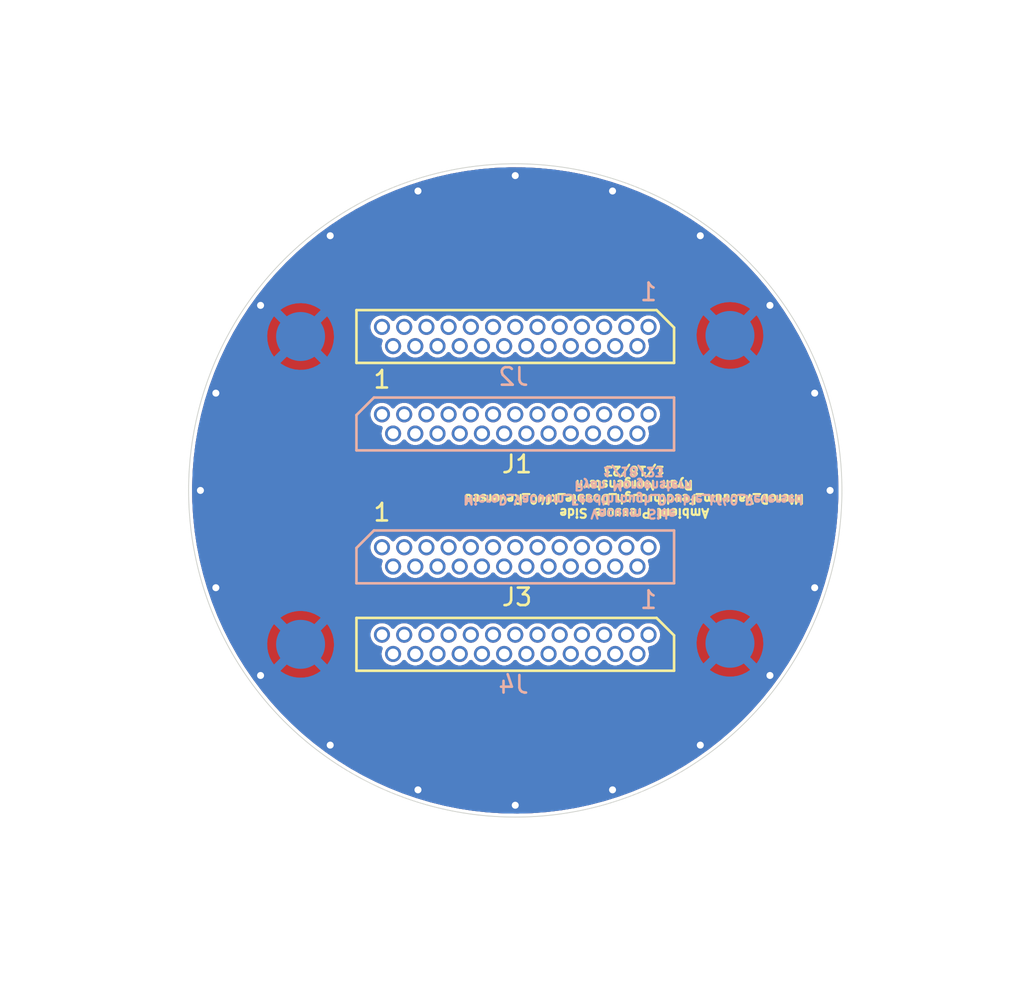
<source format=kicad_pcb>
(kicad_pcb (version 20211014) (generator pcbnew)
  (layers (0 "F.Cu" signal) (1 "In1.Cu" signal) (2 "In2.Cu" signal) (31 "B.Cu" signal) (34 "B.Paste" user) (35 "F.Paste" user) (36 "B.SilkS" user "B.Silkscreen") (37 "F.SilkS" user "F.Silkscreen") (38 "B.Mask" user) (39 "F.Mask" user) (44 "Edge.Cuts" user))
  (net 0 "")
  (net 1 "Net-(J1-Pad1)")
  (net 2 "Net-(J1-Pad14)")
  (net 3 "Net-(J1-Pad2)")
  (net 4 "Net-(J1-Pad15)")
  (net 5 "Net-(J1-Pad3)")
  (net 6 "Net-(J1-Pad16)")
  (net 7 "Net-(J1-Pad4)")
  (net 8 "Net-(J1-Pad17)")
  (net 9 "Net-(J1-Pad5)")
  (net 10 "Net-(J1-Pad18)")
  (net 11 "Net-(J1-Pad6)")
  (net 12 "Net-(J1-Pad19)")
  (net 13 "Net-(J1-Pad7)")
  (net 14 "Net-(J1-Pad20)")
  (net 15 "Net-(J1-Pad8)")
  (net 16 "Net-(J1-Pad21)")
  (net 17 "Net-(J1-Pad9)")
  (net 18 "Net-(J1-Pad22)")
  (net 19 "Net-(J1-Pad10)")
  (net 20 "Net-(J1-Pad23)")
  (net 21 "Net-(J1-Pad11)")
  (net 22 "Net-(J1-Pad24)")
  (net 23 "Net-(J1-Pad12)")
  (net 24 "Net-(J1-Pad25)")
  (net 25 "Net-(J1-Pad13)")
  (net 26 "Net-(J3-Pad1)")
  (net 27 "Net-(J3-Pad14)")
  (net 28 "Net-(J3-Pad2)")
  (net 29 "Net-(J3-Pad15)")
  (net 30 "Net-(J3-Pad3)")
  (net 31 "Net-(J3-Pad16)")
  (net 32 "Net-(J3-Pad4)")
  (net 33 "Net-(J3-Pad17)")
  (net 34 "Net-(J3-Pad5)")
  (net 35 "Net-(J3-Pad18)")
  (net 36 "Net-(J3-Pad6)")
  (net 37 "Net-(J3-Pad19)")
  (net 38 "Net-(J3-Pad7)")
  (net 39 "Net-(J3-Pad20)")
  (net 40 "Net-(J3-Pad8)")
  (net 41 "Net-(J3-Pad21)")
  (net 42 "Net-(J3-Pad9)")
  (net 43 "Net-(J3-Pad22)")
  (net 44 "Net-(J3-Pad10)")
  (net 45 "Net-(J3-Pad23)")
  (net 46 "Net-(J3-Pad11)")
  (net 47 "Net-(J3-Pad24)")
  (net 48 "Net-(J3-Pad12)")
  (net 49 "Net-(J3-Pad25)")
  (net 50 "Net-(J3-Pad13)")
  (net 51 "GND")
  (footprint "0_Double_MicroD_25_Gateway:Norcomp-380-025-113L001-microd_Updated" (layer "F.Cu") (at 0 -3.8)
    (fp_text reference "J1" (at 0.1 2.3) (layer "F.SilkS"))
    (fp_text value "DB25_Female")
    (fp_text user "1" (at -7.62 -2.54) (layer "F.SilkS"))
    (fp_line (start 9.08 1.51) (end 9.08 -1.51) (layer "B.SilkS") (width 0.15))
    (fp_line (start -9.08 -0.51) (end -9.08 1.51) (layer "B.SilkS") (width 0.15))
    (fp_line (start -9.08 1.51) (end 9.08 1.51) (layer "B.SilkS") (width 0.15))
    (fp_line (start 9.08 -1.51) (end -8.08 -1.51) (layer "B.SilkS") (width 0.15))
    (fp_line (start -8.08 -1.51) (end -9.08 -0.51) (layer "B.SilkS") (width 0.15))
    (pad "1" thru_hole oval (at -7.62 -0.55) (size 0.92 0.92) (drill 0.61) (layers *.Cu *.Mask) (net 1 "Net-(J1-Pad1)"))
    (pad "2" thru_hole oval (at -6.35 -0.55) (size 0.92 0.92) (drill 0.61) (layers *.Cu *.Mask) (net 3 "Net-(J1-Pad2)"))
    (pad "3" thru_hole oval (at -5.08 -0.55) (size 0.92 0.92) (drill 0.61) (layers *.Cu *.Mask) (net 5 "Net-(J1-Pad3)"))
    (pad "4" thru_hole oval (at -3.81 -0.55) (size 0.92 0.92) (drill 0.61) (layers *.Cu *.Mask) (net 7 "Net-(J1-Pad4)"))
    (pad "5" thru_hole oval (at -2.54 -0.55) (size 0.92 0.92) (drill 0.61) (layers *.Cu *.Mask) (net 9 "Net-(J1-Pad5)"))
    (pad "6" thru_hole oval (at -1.27 -0.55) (size 0.92 0.92) (drill 0.61) (layers *.Cu *.Mask) (net 11 "Net-(J1-Pad6)"))
    (pad "7" thru_hole oval (at 0 -0.55) (size 0.92 0.92) (drill 0.61) (layers *.Cu *.Mask) (net 13 "Net-(J1-Pad7)"))
    (pad "8" thru_hole oval (at 1.27 -0.55) (size 0.92 0.92) (drill 0.61) (layers *.Cu *.Mask) (net 15 "Net-(J1-Pad8)"))
    (pad "9" thru_hole oval (at 2.54 -0.55) (size 0.92 0.92) (drill 0.61) (layers *.Cu *.Mask) (net 17 "Net-(J1-Pad9)"))
    (pad "10" thru_hole oval (at 3.81 -0.55) (size 0.92 0.92) (drill 0.61) (layers *.Cu *.Mask) (net 19 "Net-(J1-Pad10)"))
    (pad "11" thru_hole oval (at 5.08 -0.55) (size 0.92 0.92) (drill 0.61) (layers *.Cu *.Mask) (net 21 "Net-(J1-Pad11)"))
    (pad "12" thru_hole oval (at 6.35 -0.55) (size 0.92 0.92) (drill 0.61) (layers *.Cu *.Mask) (net 23 "Net-(J1-Pad12)"))
    (pad "13" thru_hole oval (at 7.62 -0.55) (size 0.92 0.92) (drill 0.61) (layers *.Cu *.Mask) (net 25 "Net-(J1-Pad13)"))
    (pad "14" thru_hole oval (at -6.985 0.55) (size 0.92 0.92) (drill 0.61) (layers *.Cu *.Mask) (net 2 "Net-(J1-Pad14)"))
    (pad "15" thru_hole oval (at -5.715 0.55) (size 0.92 0.92) (drill 0.61) (layers *.Cu *.Mask) (net 4 "Net-(J1-Pad15)"))
    (pad "16" thru_hole oval (at -4.445 0.55) (size 0.92 0.92) (drill 0.61) (layers *.Cu *.Mask) (net 6 "Net-(J1-Pad16)"))
    (pad "17" thru_hole oval (at -3.175 0.55) (size 0.92 0.92) (drill 0.61) (layers *.Cu *.Mask) (net 8 "Net-(J1-Pad17)"))
    (pad "18" thru_hole oval (at -1.905 0.55) (size 0.92 0.92) (drill 0.61) (layers *.Cu *.Mask) (net 10 "Net-(J1-Pad18)"))
    (pad "19" thru_hole oval (at -0.635 0.55) (size 0.92 0.92) (drill 0.61) (layers *.Cu *.Mask) (net 12 "Net-(J1-Pad19)"))
    (pad "20" thru_hole oval (at 0.635 0.55) (size 0.92 0.92) (drill 0.61) (layers *.Cu *.Mask) (net 14 "Net-(J1-Pad20)"))
    (pad "21" thru_hole oval (at 1.905 0.55) (size 0.92 0.92) (drill 0.61) (layers *.Cu *.Mask) (net 16 "Net-(J1-Pad21)"))
    (pad "22" thru_hole oval (at 3.175 0.55) (size 0.92 0.92) (drill 0.61) (layers *.Cu *.Mask) (net 18 "Net-(J1-Pad22)"))
    (pad "23" thru_hole oval (at 4.445 0.55) (size 0.92 0.92) (drill 0.61) (layers *.Cu *.Mask) (net 20 "Net-(J1-Pad23)"))
    (pad "24" thru_hole oval (at 5.715 0.55) (size 0.92 0.92) (drill 0.61) (layers *.Cu *.Mask) (net 22 "Net-(J1-Pad24)"))
    (pad "25" thru_hole oval (at 6.985 0.55) (size 0.92 0.92) (drill 0.61) (layers *.Cu *.Mask) (net 24 "Net-(J1-Pad25)"))
    (pad "GND" smd circle (at -12.275 -0.06) (size 2.8 2.8) (layers "F.Cu" "F.Paste" "F.Mask") (net 51 "GND"))
    (pad "GND" smd circle (at 12.275 0) (size 2.8 2.8) (layers "F.Cu" "F.Paste" "F.Mask") (net 51 "GND"))
  )
  (footprint "0_Double_MicroD_25_Gateway:Norcomp-380-025-113L001-microd_Updated" (layer "F.Cu") (at 0 3.8)
    (fp_text reference "J3" (at 0.1 2.3) (layer "F.SilkS"))
    (fp_text value "DB25_Female")
    (fp_text user "1" (at -7.62 -2.54) (layer "F.SilkS"))
    (fp_line (start 9.08 1.51) (end 9.08 -1.51) (layer "B.SilkS") (width 0.15))
    (fp_line (start 9.08 -1.51) (end -8.08 -1.51) (layer "B.SilkS") (width 0.15))
    (fp_line (start -8.08 -1.51) (end -9.08 -0.51) (layer "B.SilkS") (width 0.15))
    (fp_line (start -9.08 1.51) (end 9.08 1.51) (layer "B.SilkS") (width 0.15))
    (fp_line (start -9.08 -0.51) (end -9.08 1.51) (layer "B.SilkS") (width 0.15))
    (pad "1" thru_hole oval (at -7.62 -0.55) (size 0.92 0.92) (drill 0.61) (layers *.Cu *.Mask) (net 26 "Net-(J3-Pad1)"))
    (pad "2" thru_hole oval (at -6.35 -0.55) (size 0.92 0.92) (drill 0.61) (layers *.Cu *.Mask) (net 28 "Net-(J3-Pad2)"))
    (pad "3" thru_hole oval (at -5.08 -0.55) (size 0.92 0.92) (drill 0.61) (layers *.Cu *.Mask) (net 30 "Net-(J3-Pad3)"))
    (pad "4" thru_hole oval (at -3.81 -0.55) (size 0.92 0.92) (drill 0.61) (layers *.Cu *.Mask) (net 32 "Net-(J3-Pad4)"))
    (pad "5" thru_hole oval (at -2.54 -0.55) (size 0.92 0.92) (drill 0.61) (layers *.Cu *.Mask) (net 34 "Net-(J3-Pad5)"))
    (pad "6" thru_hole oval (at -1.27 -0.55) (size 0.92 0.92) (drill 0.61) (layers *.Cu *.Mask) (net 36 "Net-(J3-Pad6)"))
    (pad "7" thru_hole oval (at 0 -0.55) (size 0.92 0.92) (drill 0.61) (layers *.Cu *.Mask) (net 38 "Net-(J3-Pad7)"))
    (pad "8" thru_hole oval (at 1.27 -0.55) (size 0.92 0.92) (drill 0.61) (layers *.Cu *.Mask) (net 40 "Net-(J3-Pad8)"))
    (pad "9" thru_hole oval (at 2.54 -0.55) (size 0.92 0.92) (drill 0.61) (layers *.Cu *.Mask) (net 42 "Net-(J3-Pad9)"))
    (pad "10" thru_hole oval (at 3.81 -0.55) (size 0.92 0.92) (drill 0.61) (layers *.Cu *.Mask) (net 44 "Net-(J3-Pad10)"))
    (pad "11" thru_hole oval (at 5.08 -0.55) (size 0.92 0.92) (drill 0.61) (layers *.Cu *.Mask) (net 46 "Net-(J3-Pad11)"))
    (pad "12" thru_hole oval (at 6.35 -0.55) (size 0.92 0.92) (drill 0.61) (layers *.Cu *.Mask) (net 48 "Net-(J3-Pad12)"))
    (pad "13" thru_hole oval (at 7.62 -0.55) (size 0.92 0.92) (drill 0.61) (layers *.Cu *.Mask) (net 50 "Net-(J3-Pad13)"))
    (pad "14" thru_hole oval (at -6.985 0.55) (size 0.92 0.92) (drill 0.61) (layers *.Cu *.Mask) (net 27 "Net-(J3-Pad14)"))
    (pad "15" thru_hole oval (at -5.715 0.55) (size 0.92 0.92) (drill 0.61) (layers *.Cu *.Mask) (net 29 "Net-(J3-Pad15)"))
    (pad "16" thru_hole oval (at -4.445 0.55) (size 0.92 0.92) (drill 0.61) (layers *.Cu *.Mask) (net 31 "Net-(J3-Pad16)"))
    (pad "17" thru_hole oval (at -3.175 0.55) (size 0.92 0.92) (drill 0.61) (layers *.Cu *.Mask) (net 33 "Net-(J3-Pad17)"))
    (pad "18" thru_hole oval (at -1.905 0.55) (size 0.92 0.92) (drill 0.61) (layers *.Cu *.Mask) (net 35 "Net-(J3-Pad18)"))
    (pad "19" thru_hole oval (at -0.635 0.55) (size 0.92 0.92) (drill 0.61) (layers *.Cu *.Mask) (net 37 "Net-(J3-Pad19)"))
    (pad "20" thru_hole oval (at 0.635 0.55) (size 0.92 0.92) (drill 0.61) (layers *.Cu *.Mask) (net 39 "Net-(J3-Pad20)"))
    (pad "21" thru_hole oval (at 1.905 0.55) (size 0.92 0.92) (drill 0.61) (layers *.Cu *.Mask) (net 41 "Net-(J3-Pad21)"))
    (pad "22" thru_hole oval (at 3.175 0.55) (size 0.92 0.92) (drill 0.61) (layers *.Cu *.Mask) (net 43 "Net-(J3-Pad22)"))
    (pad "23" thru_hole oval (at 4.445 0.55) (size 0.92 0.92) (drill 0.61) (layers *.Cu *.Mask) (net 45 "Net-(J3-Pad23)"))
    (pad "24" thru_hole oval (at 5.715 0.55) (size 0.92 0.92) (drill 0.61) (layers *.Cu *.Mask) (net 47 "Net-(J3-Pad24)"))
    (pad "25" thru_hole oval (at 6.985 0.55) (size 0.92 0.92) (drill 0.61) (layers *.Cu *.Mask) (net 49 "Net-(J3-Pad25)"))
    (pad "GND" smd circle (at 12.275 0) (size 2.8 2.8) (layers "F.Cu" "F.Paste" "F.Mask") (net 51 "GND"))
    (pad "GND" smd circle (at -12.275 -0.06) (size 2.8 2.8) (layers "F.Cu" "F.Paste" "F.Mask") (net 51 "GND"))
  )
  (footprint "0_Double_MicroD_25_Gateway:Norcomp-380-025-113L001-microd_Updated" (layer "B.Cu") (at 0 -8.8 180)
    (fp_text reference "J2" (at 0.1 -2.3) (layer "B.SilkS") (effects (justify mirror)))
    (fp_text value "DB25_Female")
    (fp_text user "1" (at -7.62 2.54) (layer "B.SilkS") (effects (justify mirror)))
    (fp_line (start 9.08 -1.51) (end 9.08 1.51) (layer "F.SilkS") (width 0.15))
    (fp_line (start -9.08 -1.51) (end 9.08 -1.51) (layer "F.SilkS") (width 0.15))
    (fp_line (start 9.08 1.51) (end -8.08 1.51) (layer "F.SilkS") (width 0.15))
    (fp_line (start -8.08 1.51) (end -9.08 0.51) (layer "F.SilkS") (width 0.15))
    (fp_line (start -9.08 0.51) (end -9.08 -1.51) (layer "F.SilkS") (width 0.15))
    (pad "1" thru_hole oval (at -7.62 0.55 180) (size 0.92 0.92) (drill 0.61) (layers *.Cu *.Mask) (net 25 "Net-(J1-Pad13)"))
    (pad "2" thru_hole oval (at -6.35 0.55 180) (size 0.92 0.92) (drill 0.61) (layers *.Cu *.Mask) (net 23 "Net-(J1-Pad12)"))
    (pad "3" thru_hole oval (at -5.08 0.55 180) (size 0.92 0.92) (drill 0.61) (layers *.Cu *.Mask) (net 21 "Net-(J1-Pad11)"))
    (pad "4" thru_hole oval (at -3.81 0.55 180) (size 0.92 0.92) (drill 0.61) (layers *.Cu *.Mask) (net 19 "Net-(J1-Pad10)"))
    (pad "5" thru_hole oval (at -2.54 0.55 180) (size 0.92 0.92) (drill 0.61) (layers *.Cu *.Mask) (net 17 "Net-(J1-Pad9)"))
    (pad "6" thru_hole oval (at -1.27 0.55 180) (size 0.92 0.92) (drill 0.61) (layers *.Cu *.Mask) (net 15 "Net-(J1-Pad8)"))
    (pad "7" thru_hole oval (at 0 0.55 180) (size 0.92 0.92) (drill 0.61) (layers *.Cu *.Mask) (net 13 "Net-(J1-Pad7)"))
    (pad "8" thru_hole oval (at 1.27 0.55 180) (size 0.92 0.92) (drill 0.61) (layers *.Cu *.Mask) (net 11 "Net-(J1-Pad6)"))
    (pad "9" thru_hole oval (at 2.54 0.55 180) (size 0.92 0.92) (drill 0.61) (layers *.Cu *.Mask) (net 9 "Net-(J1-Pad5)"))
    (pad "10" thru_hole oval (at 3.81 0.55 180) (size 0.92 0.92) (drill 0.61) (layers *.Cu *.Mask) (net 7 "Net-(J1-Pad4)"))
    (pad "11" thru_hole oval (at 5.08 0.55 180) (size 0.92 0.92) (drill 0.61) (layers *.Cu *.Mask) (net 5 "Net-(J1-Pad3)"))
    (pad "12" thru_hole oval (at 6.35 0.55 180) (size 0.92 0.92) (drill 0.61) (layers *.Cu *.Mask) (net 3 "Net-(J1-Pad2)"))
    (pad "13" thru_hole oval (at 7.62 0.55 180) (size 0.92 0.92) (drill 0.61) (layers *.Cu *.Mask) (net 1 "Net-(J1-Pad1)"))
    (pad "14" thru_hole oval (at -6.985 -0.55 180) (size 0.92 0.92) (drill 0.61) (layers *.Cu *.Mask) (net 24 "Net-(J1-Pad25)"))
    (pad "15" thru_hole oval (at -5.715 -0.55 180) (size 0.92 0.92) (drill 0.61) (layers *.Cu *.Mask) (net 22 "Net-(J1-Pad24)"))
    (pad "16" thru_hole oval (at -4.445 -0.55 180) (size 0.92 0.92) (drill 0.61) (layers *.Cu *.Mask) (net 20 "Net-(J1-Pad23)"))
    (pad "17" thru_hole oval (at -3.175 -0.55 180) (size 0.92 0.92) (drill 0.61) (layers *.Cu *.Mask) (net 18 "Net-(J1-Pad22)"))
    (pad "18" thru_hole oval (at -1.905 -0.55 180) (size 0.92 0.92) (drill 0.61) (layers *.Cu *.Mask) (net 16 "Net-(J1-Pad21)"))
    (pad "19" thru_hole oval (at -0.635 -0.55 180) (size 0.92 0.92) (drill 0.61) (layers *.Cu *.Mask) (net 14 "Net-(J1-Pad20)"))
    (pad "20" thru_hole oval (at 0.635 -0.55 180) (size 0.92 0.92) (drill 0.61) (layers *.Cu *.Mask) (net 12 "Net-(J1-Pad19)"))
    (pad "21" thru_hole oval (at 1.905 -0.55 180) (size 0.92 0.92) (drill 0.61) (layers *.Cu *.Mask) (net 10 "Net-(J1-Pad18)"))
    (pad "22" thru_hole oval (at 3.175 -0.55 180) (size 0.92 0.92) (drill 0.61) (layers *.Cu *.Mask) (net 8 "Net-(J1-Pad17)"))
    (pad "23" thru_hole oval (at 4.445 -0.55 180) (size 0.92 0.92) (drill 0.61) (layers *.Cu *.Mask) (net 6 "Net-(J1-Pad16)"))
    (pad "24" thru_hole oval (at 5.715 -0.55 180) (size 0.92 0.92) (drill 0.61) (layers *.Cu *.Mask) (net 4 "Net-(J1-Pad15)"))
    (pad "25" thru_hole oval (at 6.985 -0.55 180) (size 0.92 0.92) (drill 0.61) (layers *.Cu *.Mask) (net 2 "Net-(J1-Pad14)"))
    (pad "GND" smd circle (at 12.275 0 180) (size 2.8 2.8) (layers "B.Cu" "B.Paste" "B.Mask") (net 51 "GND"))
    (pad "GND" smd circle (at -12.275 0.06 180) (size 2.8 2.8) (layers "B.Cu" "B.Paste" "B.Mask") (net 51 "GND"))
  )
  (footprint "0_Double_MicroD_25_Gateway:Norcomp-380-025-113L001-microd_Updated" (layer "B.Cu") (at 0 8.8 180)
    (fp_text reference "J4" (at 0.1 -2.3) (layer "B.SilkS") (effects (justify mirror)))
    (fp_text value "DB25_Female")
    (fp_text user "1" (at -7.62 2.54) (layer "B.SilkS") (effects (justify mirror)))
    (fp_line (start 9.08 1.51) (end -8.08 1.51) (layer "F.SilkS") (width 0.15))
    (fp_line (start -9.08 0.51) (end -9.08 -1.51) (layer "F.SilkS") (width 0.15))
    (fp_line (start -9.08 -1.51) (end 9.08 -1.51) (layer "F.SilkS") (width 0.15))
    (fp_line (start 9.08 -1.51) (end 9.08 1.51) (layer "F.SilkS") (width 0.15))
    (fp_line (start -8.08 1.51) (end -9.08 0.51) (layer "F.SilkS") (width 0.15))
    (pad "1" thru_hole oval (at -7.62 0.55 180) (size 0.92 0.92) (drill 0.61) (layers *.Cu *.Mask) (net 50 "Net-(J3-Pad13)"))
    (pad "2" thru_hole oval (at -6.35 0.55 180) (size 0.92 0.92) (drill 0.61) (layers *.Cu *.Mask) (net 48 "Net-(J3-Pad12)"))
    (pad "3" thru_hole oval (at -5.08 0.55 180) (size 0.92 0.92) (drill 0.61) (layers *.Cu *.Mask) (net 46 "Net-(J3-Pad11)"))
    (pad "4" thru_hole oval (at -3.81 0.55 180) (size 0.92 0.92) (drill 0.61) (layers *.Cu *.Mask) (net 44 "Net-(J3-Pad10)"))
    (pad "5" thru_hole oval (at -2.54 0.55 180) (size 0.92 0.92) (drill 0.61) (layers *.Cu *.Mask) (net 42 "Net-(J3-Pad9)"))
    (pad "6" thru_hole oval (at -1.27 0.55 180) (size 0.92 0.92) (drill 0.61) (layers *.Cu *.Mask) (net 40 "Net-(J3-Pad8)"))
    (pad "7" thru_hole oval (at 0 0.55 180) (size 0.92 0.92) (drill 0.61) (layers *.Cu *.Mask) (net 38 "Net-(J3-Pad7)"))
    (pad "8" thru_hole oval (at 1.27 0.55 180) (size 0.92 0.92) (drill 0.61) (layers *.Cu *.Mask) (net 36 "Net-(J3-Pad6)"))
    (pad "9" thru_hole oval (at 2.54 0.55 180) (size 0.92 0.92) (drill 0.61) (layers *.Cu *.Mask) (net 34 "Net-(J3-Pad5)"))
    (pad "10" thru_hole oval (at 3.81 0.55 180) (size 0.92 0.92) (drill 0.61) (layers *.Cu *.Mask) (net 32 "Net-(J3-Pad4)"))
    (pad "11" thru_hole oval (at 5.08 0.55 180) (size 0.92 0.92) (drill 0.61) (layers *.Cu *.Mask) (net 30 "Net-(J3-Pad3)"))
    (pad "12" thru_hole oval (at 6.35 0.55 180) (size 0.92 0.92) (drill 0.61) (layers *.Cu *.Mask) (net 28 "Net-(J3-Pad2)"))
    (pad "13" thru_hole oval (at 7.62 0.55 180) (size 0.92 0.92) (drill 0.61) (layers *.Cu *.Mask) (net 26 "Net-(J3-Pad1)"))
    (pad "14" thru_hole oval (at -6.985 -0.55 180) (size 0.92 0.92) (drill 0.61) (layers *.Cu *.Mask) (net 49 "Net-(J3-Pad25)"))
    (pad "15" thru_hole oval (at -5.715 -0.55 180) (size 0.92 0.92) (drill 0.61) (layers *.Cu *.Mask) (net 47 "Net-(J3-Pad24)"))
    (pad "16" thru_hole oval (at -4.445 -0.55 180) (size 0.92 0.92) (drill 0.61) (layers *.Cu *.Mask) (net 45 "Net-(J3-Pad23)"))
    (pad "17" thru_hole oval (at -3.175 -0.55 180) (size 0.92 0.92) (drill 0.61) (layers *.Cu *.Mask) (net 43 "Net-(J3-Pad22)"))
    (pad "18" thru_hole oval (at -1.905 -0.55 180) (size 0.92 0.92) (drill 0.61) (layers *.Cu *.Mask) (net 41 "Net-(J3-Pad21)"))
    (pad "19" thru_hole oval (at -0.635 -0.55 180) (size 0.92 0.92) (drill 0.61) (layers *.Cu *.Mask) (net 39 "Net-(J3-Pad20)"))
    (pad "20" thru_hole oval (at 0.635 -0.55 180) (size 0.92 0.92) (drill 0.61) (layers *.Cu *.Mask) (net 37 "Net-(J3-Pad19)"))
    (pad "21" thru_hole oval (at 1.905 -0.55 180) (size 0.92 0.92) (drill 0.61) (layers *.Cu *.Mask) (net 35 "Net-(J3-Pad18)"))
    (pad "22" thru_hole oval (at 3.175 -0.55 180) (size 0.92 0.92) (drill 0.61) (layers *.Cu *.Mask) (net 33 "Net-(J3-Pad17)"))
    (pad "23" thru_hole oval (at 4.445 -0.55 180) (size 0.92 0.92) (drill 0.61) (layers *.Cu *.Mask) (net 31 "Net-(J3-Pad16)"))
    (pad "24" thru_hole oval (at 5.715 -0.55 180) (size 0.92 0.92) (drill 0.61) (layers *.Cu *.Mask) (net 29 "Net-(J3-Pad15)"))
    (pad "25" thru_hole oval (at 6.985 -0.55 180) (size 0.92 0.92) (drill 0.61) (layers *.Cu *.Mask) (net 27 "Net-(J3-Pad14)"))
    (pad "GND" smd circle (at -12.275 0.06 180) (size 2.8 2.8) (layers "B.Cu" "B.Paste" "B.Mask") (net 51 "GND"))
    (pad "GND" smd circle (at 12.275 0 180) (size 2.8 2.8) (layers "B.Cu" "B.Paste" "B.Mask") (net 51 "GND"))
  )
  (gr_circle (center 0 0) (end 18.677 0) (layer "Edge.Cuts") (width 0.05) (fill none))
  (gr_text "Vacuum Side\nMicroD_Vacuum_Feedthrough_Double_kf40_Reversed\nRyan Morgenstern\n1/18/23" (at 6.75 0.13 180) (layer "B.SilkS") (effects (font (size 0.5 0.5) (thickness 0.125)) (justify mirror)))
  (gr_text "Ambient Pressure Side\nMicroD_Vacuum_Feedthrough_Double_kf40_Reversed\nRyan Morgenstern\n1/18/23\n" (at 6.8 0.08 180) (layer "F.SilkS") (effects (font (size 0.5 0.5) (thickness 0.125))))
  (via (at 0 -18) (size 0.8) (drill 0.4) (layers "F.Cu" "B.Cu") (net 51))
  (via (at 14.5623 -10.5801) (size 0.8) (drill 0.4) (layers "F.Cu" "B.Cu") (net 51))
  (via (at 5.5623 -17.119) (size 0.8) (drill 0.4) (layers "F.Cu" "B.Cu") (net 51))
  (via (at 10.5801 14.5623) (size 0.8) (drill 0.4) (layers "F.Cu" "B.Cu") (net 51))
  (via (at -5.5623 -17.119) (size 0.8) (drill 0.4) (layers "F.Cu" "B.Cu") (net 51))
  (via (at 10.5801 -14.5623) (size 0.8) (drill 0.4) (layers "F.Cu" "B.Cu") (net 51))
  (via (at -5.5623 17.119) (size 0.8) (drill 0.4) (layers "F.Cu" "B.Cu") (net 51))
  (via (at 14.5623 10.5801) (size 0.8) (drill 0.4) (layers "F.Cu" "B.Cu") (net 51))
  (via (at -14.5623 10.5801) (size 0.8) (drill 0.4) (layers "F.Cu" "B.Cu") (net 51))
  (via (at 17.119 5.5623) (size 0.8) (drill 0.4) (layers "F.Cu" "B.Cu") (net 51))
  (via (at -17.119 5.5623) (size 0.8) (drill 0.4) (layers "F.Cu" "B.Cu") (net 51))
  (via (at 0 18) (size 0.8) (drill 0.4) (layers "F.Cu" "B.Cu") (net 51))
  (via (at -17.119 -5.5623) (size 0.8) (drill 0.4) (layers "F.Cu" "B.Cu") (net 51))
  (via (at -10.5801 14.5623) (size 0.8) (drill 0.4) (layers "F.Cu" "B.Cu") (net 51))
  (via (at 5.5623 17.119) (size 0.8) (drill 0.4) (layers "F.Cu" "B.Cu") (net 51))
  (via (at -18 0) (size 0.8) (drill 0.4) (layers "F.Cu" "B.Cu") (net 51))
  (via (at -10.5801 -14.5623) (size 0.8) (drill 0.4) (layers "F.Cu" "B.Cu") (net 51))
  (via (at 17.119 -5.5623) (size 0.8) (drill 0.4) (layers "F.Cu" "B.Cu") (net 51))
  (via (at 18 0) (size 0.8) (drill 0.4) (layers "F.Cu" "B.Cu") (net 51))
  (via (at -14.5623 -10.5801) (size 0.8) (drill 0.4) (layers "F.Cu" "B.Cu") (net 51))
  (zone (net 51) (net_name "GND") (layers "F.Cu" "In1.Cu" "In2.Cu" "B.Cu") (connect_pads (clearance 0.2)) (min_thickness 0.254) (fill yes (thermal_gap 0.508) (thermal_bridge_width 0.508))
    (polygon (pts (xy 29.1 27.6) (xy -27.9 27.6) (xy -27.9 -27.2) (xy 28 -27.2)))
  )
  (zone (net 51) (net_name "GND") (layer "B.Cu") (connect_pads (clearance 0.2)) (min_thickness 0.254) (fill yes (thermal_gap 0.508) (thermal_bridge_width 0.508))
    (polygon (pts (xy 28.8 28) (xy -27.7 28) (xy -27.7 -27.3) (xy 27.9 -27.3)))
  )
)
</source>
